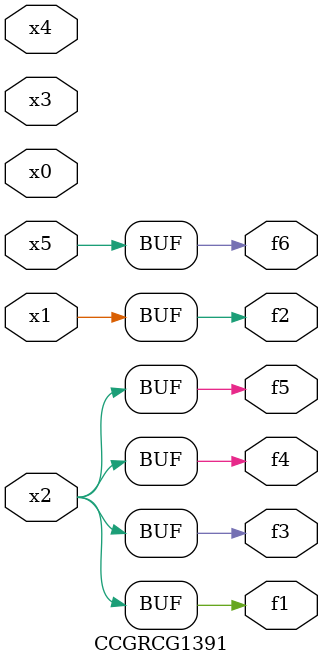
<source format=v>
module CCGRCG1391(
	input x0, x1, x2, x3, x4, x5,
	output f1, f2, f3, f4, f5, f6
);
	assign f1 = x2;
	assign f2 = x1;
	assign f3 = x2;
	assign f4 = x2;
	assign f5 = x2;
	assign f6 = x5;
endmodule

</source>
